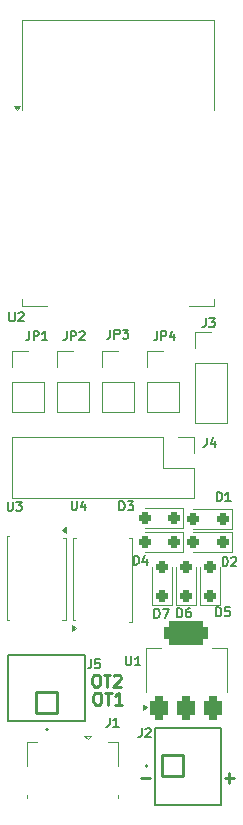
<source format=gto>
G04 #@! TF.GenerationSoftware,KiCad,Pcbnew,8.0.5*
G04 #@! TF.CreationDate,2024-11-08T00:03:23+01:00*
G04 #@! TF.ProjectId,iot-opentherm,696f742d-6f70-4656-9e74-6865726d2e6b,rev?*
G04 #@! TF.SameCoordinates,Original*
G04 #@! TF.FileFunction,Legend,Top*
G04 #@! TF.FilePolarity,Positive*
%FSLAX46Y46*%
G04 Gerber Fmt 4.6, Leading zero omitted, Abs format (unit mm)*
G04 Created by KiCad (PCBNEW 8.0.5) date 2024-11-08 00:03:23*
%MOMM*%
%LPD*%
G01*
G04 APERTURE LIST*
G04 Aperture macros list*
%AMRoundRect*
0 Rectangle with rounded corners*
0 $1 Rounding radius*
0 $2 $3 $4 $5 $6 $7 $8 $9 X,Y pos of 4 corners*
0 Add a 4 corners polygon primitive as box body*
4,1,4,$2,$3,$4,$5,$6,$7,$8,$9,$2,$3,0*
0 Add four circle primitives for the rounded corners*
1,1,$1+$1,$2,$3*
1,1,$1+$1,$4,$5*
1,1,$1+$1,$6,$7*
1,1,$1+$1,$8,$9*
0 Add four rect primitives between the rounded corners*
20,1,$1+$1,$2,$3,$4,$5,0*
20,1,$1+$1,$4,$5,$6,$7,0*
20,1,$1+$1,$6,$7,$8,$9,0*
20,1,$1+$1,$8,$9,$2,$3,0*%
G04 Aperture macros list end*
%ADD10C,0.254000*%
%ADD11C,0.150000*%
%ADD12C,0.152400*%
%ADD13C,0.120000*%
%ADD14C,0.127000*%
%ADD15C,0.200000*%
%ADD16RoundRect,0.375000X0.375000X-0.625000X0.375000X0.625000X-0.375000X0.625000X-0.375000X-0.625000X0*%
%ADD17RoundRect,0.500000X1.400000X-0.500000X1.400000X0.500000X-1.400000X0.500000X-1.400000X-0.500000X0*%
%ADD18R,1.700000X1.700000*%
%ADD19O,1.700000X1.700000*%
%ADD20RoundRect,0.250000X0.250000X0.250000X-0.250000X0.250000X-0.250000X-0.250000X0.250000X-0.250000X0*%
%ADD21RoundRect,0.250000X0.250000X-0.250000X0.250000X0.250000X-0.250000X0.250000X-0.250000X-0.250000X0*%
%ADD22R,0.400000X1.350000*%
%ADD23O,1.000000X1.900000*%
%ADD24R,0.875000X1.900000*%
%ADD25O,1.050000X1.250000*%
%ADD26R,2.900000X1.900000*%
%ADD27R,1.500000X1.600000*%
%ADD28RoundRect,0.102000X-0.900000X-0.900000X0.900000X-0.900000X0.900000X0.900000X-0.900000X0.900000X0*%
%ADD29C,2.004000*%
%ADD30RoundRect,0.102000X0.900000X-0.900000X0.900000X0.900000X-0.900000X0.900000X-0.900000X-0.900000X0*%
%ADD31R,2.600000X1.100000*%
G04 APERTURE END LIST*
D10*
X131768133Y-103240452D02*
X131961657Y-103240452D01*
X131961657Y-103240452D02*
X132058419Y-103288833D01*
X132058419Y-103288833D02*
X132155181Y-103385595D01*
X132155181Y-103385595D02*
X132203562Y-103579119D01*
X132203562Y-103579119D02*
X132203562Y-103917786D01*
X132203562Y-103917786D02*
X132155181Y-104111310D01*
X132155181Y-104111310D02*
X132058419Y-104208072D01*
X132058419Y-104208072D02*
X131961657Y-104256452D01*
X131961657Y-104256452D02*
X131768133Y-104256452D01*
X131768133Y-104256452D02*
X131671371Y-104208072D01*
X131671371Y-104208072D02*
X131574609Y-104111310D01*
X131574609Y-104111310D02*
X131526228Y-103917786D01*
X131526228Y-103917786D02*
X131526228Y-103579119D01*
X131526228Y-103579119D02*
X131574609Y-103385595D01*
X131574609Y-103385595D02*
X131671371Y-103288833D01*
X131671371Y-103288833D02*
X131768133Y-103240452D01*
X132493847Y-103240452D02*
X133074419Y-103240452D01*
X132784133Y-104256452D02*
X132784133Y-103240452D01*
X133945276Y-104256452D02*
X133364704Y-104256452D01*
X133654990Y-104256452D02*
X133654990Y-103240452D01*
X133654990Y-103240452D02*
X133558228Y-103385595D01*
X133558228Y-103385595D02*
X133461466Y-103482357D01*
X133461466Y-103482357D02*
X133364704Y-103530738D01*
X135537009Y-110473405D02*
X136311105Y-110473405D01*
X131666533Y-101716452D02*
X131860057Y-101716452D01*
X131860057Y-101716452D02*
X131956819Y-101764833D01*
X131956819Y-101764833D02*
X132053581Y-101861595D01*
X132053581Y-101861595D02*
X132101962Y-102055119D01*
X132101962Y-102055119D02*
X132101962Y-102393786D01*
X132101962Y-102393786D02*
X132053581Y-102587310D01*
X132053581Y-102587310D02*
X131956819Y-102684072D01*
X131956819Y-102684072D02*
X131860057Y-102732452D01*
X131860057Y-102732452D02*
X131666533Y-102732452D01*
X131666533Y-102732452D02*
X131569771Y-102684072D01*
X131569771Y-102684072D02*
X131473009Y-102587310D01*
X131473009Y-102587310D02*
X131424628Y-102393786D01*
X131424628Y-102393786D02*
X131424628Y-102055119D01*
X131424628Y-102055119D02*
X131473009Y-101861595D01*
X131473009Y-101861595D02*
X131569771Y-101764833D01*
X131569771Y-101764833D02*
X131666533Y-101716452D01*
X132392247Y-101716452D02*
X132972819Y-101716452D01*
X132682533Y-102732452D02*
X132682533Y-101716452D01*
X133263104Y-101813214D02*
X133311485Y-101764833D01*
X133311485Y-101764833D02*
X133408247Y-101716452D01*
X133408247Y-101716452D02*
X133650152Y-101716452D01*
X133650152Y-101716452D02*
X133746914Y-101764833D01*
X133746914Y-101764833D02*
X133795295Y-101813214D01*
X133795295Y-101813214D02*
X133843676Y-101909976D01*
X133843676Y-101909976D02*
X133843676Y-102006738D01*
X133843676Y-102006738D02*
X133795295Y-102151881D01*
X133795295Y-102151881D02*
X133214723Y-102732452D01*
X133214723Y-102732452D02*
X133843676Y-102732452D01*
X142649009Y-110473405D02*
X143423105Y-110473405D01*
X143036057Y-110860452D02*
X143036057Y-110086357D01*
D11*
X134293428Y-100166715D02*
X134293428Y-100783572D01*
X134293428Y-100783572D02*
X134329714Y-100856144D01*
X134329714Y-100856144D02*
X134366000Y-100892430D01*
X134366000Y-100892430D02*
X134438571Y-100928715D01*
X134438571Y-100928715D02*
X134583714Y-100928715D01*
X134583714Y-100928715D02*
X134656285Y-100892430D01*
X134656285Y-100892430D02*
X134692571Y-100856144D01*
X134692571Y-100856144D02*
X134728857Y-100783572D01*
X134728857Y-100783572D02*
X134728857Y-100166715D01*
X135490857Y-100928715D02*
X135055428Y-100928715D01*
X135273143Y-100928715D02*
X135273143Y-100166715D01*
X135273143Y-100166715D02*
X135200571Y-100275572D01*
X135200571Y-100275572D02*
X135128000Y-100348144D01*
X135128000Y-100348144D02*
X135055428Y-100384430D01*
X141122400Y-81650115D02*
X141122400Y-82194401D01*
X141122400Y-82194401D02*
X141086115Y-82303258D01*
X141086115Y-82303258D02*
X141013543Y-82375830D01*
X141013543Y-82375830D02*
X140904686Y-82412115D01*
X140904686Y-82412115D02*
X140832115Y-82412115D01*
X141811829Y-81904115D02*
X141811829Y-82412115D01*
X141630400Y-81613830D02*
X141448971Y-82158115D01*
X141448971Y-82158115D02*
X141920686Y-82158115D01*
D12*
X141982371Y-87034790D02*
X141982371Y-86272790D01*
X141982371Y-86272790D02*
X142163800Y-86272790D01*
X142163800Y-86272790D02*
X142272657Y-86309076D01*
X142272657Y-86309076D02*
X142345228Y-86381647D01*
X142345228Y-86381647D02*
X142381514Y-86454219D01*
X142381514Y-86454219D02*
X142417800Y-86599362D01*
X142417800Y-86599362D02*
X142417800Y-86708219D01*
X142417800Y-86708219D02*
X142381514Y-86853362D01*
X142381514Y-86853362D02*
X142345228Y-86925933D01*
X142345228Y-86925933D02*
X142272657Y-86998505D01*
X142272657Y-86998505D02*
X142163800Y-87034790D01*
X142163800Y-87034790D02*
X141982371Y-87034790D01*
X143143514Y-87034790D02*
X142708085Y-87034790D01*
X142925800Y-87034790D02*
X142925800Y-86272790D01*
X142925800Y-86272790D02*
X142853228Y-86381647D01*
X142853228Y-86381647D02*
X142780657Y-86454219D01*
X142780657Y-86454219D02*
X142708085Y-86490505D01*
D11*
X136699171Y-96915515D02*
X136699171Y-96153515D01*
X136699171Y-96153515D02*
X136880600Y-96153515D01*
X136880600Y-96153515D02*
X136989457Y-96189801D01*
X136989457Y-96189801D02*
X137062028Y-96262372D01*
X137062028Y-96262372D02*
X137098314Y-96334944D01*
X137098314Y-96334944D02*
X137134600Y-96480087D01*
X137134600Y-96480087D02*
X137134600Y-96588944D01*
X137134600Y-96588944D02*
X137098314Y-96734087D01*
X137098314Y-96734087D02*
X137062028Y-96806658D01*
X137062028Y-96806658D02*
X136989457Y-96879230D01*
X136989457Y-96879230D02*
X136880600Y-96915515D01*
X136880600Y-96915515D02*
X136699171Y-96915515D01*
X137388600Y-96153515D02*
X137896600Y-96153515D01*
X137896600Y-96153515D02*
X137570028Y-96915515D01*
X132892800Y-105373715D02*
X132892800Y-105918001D01*
X132892800Y-105918001D02*
X132856515Y-106026858D01*
X132856515Y-106026858D02*
X132783943Y-106099430D01*
X132783943Y-106099430D02*
X132675086Y-106135715D01*
X132675086Y-106135715D02*
X132602515Y-106135715D01*
X133654800Y-106135715D02*
X133219371Y-106135715D01*
X133437086Y-106135715D02*
X133437086Y-105373715D01*
X133437086Y-105373715D02*
X133364514Y-105482572D01*
X133364514Y-105482572D02*
X133291943Y-105555144D01*
X133291943Y-105555144D02*
X133219371Y-105591430D01*
D12*
X142464971Y-92521190D02*
X142464971Y-91759190D01*
X142464971Y-91759190D02*
X142646400Y-91759190D01*
X142646400Y-91759190D02*
X142755257Y-91795476D01*
X142755257Y-91795476D02*
X142827828Y-91868047D01*
X142827828Y-91868047D02*
X142864114Y-91940619D01*
X142864114Y-91940619D02*
X142900400Y-92085762D01*
X142900400Y-92085762D02*
X142900400Y-92194619D01*
X142900400Y-92194619D02*
X142864114Y-92339762D01*
X142864114Y-92339762D02*
X142827828Y-92412333D01*
X142827828Y-92412333D02*
X142755257Y-92484905D01*
X142755257Y-92484905D02*
X142646400Y-92521190D01*
X142646400Y-92521190D02*
X142464971Y-92521190D01*
X143190685Y-91831762D02*
X143226971Y-91795476D01*
X143226971Y-91795476D02*
X143299543Y-91759190D01*
X143299543Y-91759190D02*
X143480971Y-91759190D01*
X143480971Y-91759190D02*
X143553543Y-91795476D01*
X143553543Y-91795476D02*
X143589828Y-91831762D01*
X143589828Y-91831762D02*
X143626114Y-91904333D01*
X143626114Y-91904333D02*
X143626114Y-91976905D01*
X143626114Y-91976905D02*
X143589828Y-92085762D01*
X143589828Y-92085762D02*
X143154400Y-92521190D01*
X143154400Y-92521190D02*
X143626114Y-92521190D01*
D11*
X124260428Y-87085715D02*
X124260428Y-87702572D01*
X124260428Y-87702572D02*
X124296714Y-87775144D01*
X124296714Y-87775144D02*
X124333000Y-87811430D01*
X124333000Y-87811430D02*
X124405571Y-87847715D01*
X124405571Y-87847715D02*
X124550714Y-87847715D01*
X124550714Y-87847715D02*
X124623285Y-87811430D01*
X124623285Y-87811430D02*
X124659571Y-87775144D01*
X124659571Y-87775144D02*
X124695857Y-87702572D01*
X124695857Y-87702572D02*
X124695857Y-87085715D01*
X124986143Y-87085715D02*
X125457857Y-87085715D01*
X125457857Y-87085715D02*
X125203857Y-87376001D01*
X125203857Y-87376001D02*
X125312714Y-87376001D01*
X125312714Y-87376001D02*
X125385286Y-87412287D01*
X125385286Y-87412287D02*
X125421571Y-87448572D01*
X125421571Y-87448572D02*
X125457857Y-87521144D01*
X125457857Y-87521144D02*
X125457857Y-87702572D01*
X125457857Y-87702572D02*
X125421571Y-87775144D01*
X125421571Y-87775144D02*
X125385286Y-87811430D01*
X125385286Y-87811430D02*
X125312714Y-87847715D01*
X125312714Y-87847715D02*
X125095000Y-87847715D01*
X125095000Y-87847715D02*
X125022428Y-87811430D01*
X125022428Y-87811430D02*
X124986143Y-87775144D01*
X136906000Y-72633115D02*
X136906000Y-73177401D01*
X136906000Y-73177401D02*
X136869715Y-73286258D01*
X136869715Y-73286258D02*
X136797143Y-73358830D01*
X136797143Y-73358830D02*
X136688286Y-73395115D01*
X136688286Y-73395115D02*
X136615715Y-73395115D01*
X137268857Y-73395115D02*
X137268857Y-72633115D01*
X137268857Y-72633115D02*
X137559143Y-72633115D01*
X137559143Y-72633115D02*
X137631714Y-72669401D01*
X137631714Y-72669401D02*
X137668000Y-72705687D01*
X137668000Y-72705687D02*
X137704286Y-72778258D01*
X137704286Y-72778258D02*
X137704286Y-72887115D01*
X137704286Y-72887115D02*
X137668000Y-72959687D01*
X137668000Y-72959687D02*
X137631714Y-72995972D01*
X137631714Y-72995972D02*
X137559143Y-73032258D01*
X137559143Y-73032258D02*
X137268857Y-73032258D01*
X138357429Y-72887115D02*
X138357429Y-73395115D01*
X138176000Y-72596830D02*
X137994571Y-73141115D01*
X137994571Y-73141115D02*
X138466286Y-73141115D01*
X138629571Y-96864715D02*
X138629571Y-96102715D01*
X138629571Y-96102715D02*
X138811000Y-96102715D01*
X138811000Y-96102715D02*
X138919857Y-96139001D01*
X138919857Y-96139001D02*
X138992428Y-96211572D01*
X138992428Y-96211572D02*
X139028714Y-96284144D01*
X139028714Y-96284144D02*
X139065000Y-96429287D01*
X139065000Y-96429287D02*
X139065000Y-96538144D01*
X139065000Y-96538144D02*
X139028714Y-96683287D01*
X139028714Y-96683287D02*
X138992428Y-96755858D01*
X138992428Y-96755858D02*
X138919857Y-96828430D01*
X138919857Y-96828430D02*
X138811000Y-96864715D01*
X138811000Y-96864715D02*
X138629571Y-96864715D01*
X139718143Y-96102715D02*
X139573000Y-96102715D01*
X139573000Y-96102715D02*
X139500428Y-96139001D01*
X139500428Y-96139001D02*
X139464143Y-96175287D01*
X139464143Y-96175287D02*
X139391571Y-96284144D01*
X139391571Y-96284144D02*
X139355285Y-96429287D01*
X139355285Y-96429287D02*
X139355285Y-96719572D01*
X139355285Y-96719572D02*
X139391571Y-96792144D01*
X139391571Y-96792144D02*
X139427857Y-96828430D01*
X139427857Y-96828430D02*
X139500428Y-96864715D01*
X139500428Y-96864715D02*
X139645571Y-96864715D01*
X139645571Y-96864715D02*
X139718143Y-96828430D01*
X139718143Y-96828430D02*
X139754428Y-96792144D01*
X139754428Y-96792144D02*
X139790714Y-96719572D01*
X139790714Y-96719572D02*
X139790714Y-96538144D01*
X139790714Y-96538144D02*
X139754428Y-96465572D01*
X139754428Y-96465572D02*
X139718143Y-96429287D01*
X139718143Y-96429287D02*
X139645571Y-96393001D01*
X139645571Y-96393001D02*
X139500428Y-96393001D01*
X139500428Y-96393001D02*
X139427857Y-96429287D01*
X139427857Y-96429287D02*
X139391571Y-96465572D01*
X139391571Y-96465572D02*
X139355285Y-96538144D01*
X129260600Y-72633115D02*
X129260600Y-73177401D01*
X129260600Y-73177401D02*
X129224315Y-73286258D01*
X129224315Y-73286258D02*
X129151743Y-73358830D01*
X129151743Y-73358830D02*
X129042886Y-73395115D01*
X129042886Y-73395115D02*
X128970315Y-73395115D01*
X129623457Y-73395115D02*
X129623457Y-72633115D01*
X129623457Y-72633115D02*
X129913743Y-72633115D01*
X129913743Y-72633115D02*
X129986314Y-72669401D01*
X129986314Y-72669401D02*
X130022600Y-72705687D01*
X130022600Y-72705687D02*
X130058886Y-72778258D01*
X130058886Y-72778258D02*
X130058886Y-72887115D01*
X130058886Y-72887115D02*
X130022600Y-72959687D01*
X130022600Y-72959687D02*
X129986314Y-72995972D01*
X129986314Y-72995972D02*
X129913743Y-73032258D01*
X129913743Y-73032258D02*
X129623457Y-73032258D01*
X130349171Y-72705687D02*
X130385457Y-72669401D01*
X130385457Y-72669401D02*
X130458029Y-72633115D01*
X130458029Y-72633115D02*
X130639457Y-72633115D01*
X130639457Y-72633115D02*
X130712029Y-72669401D01*
X130712029Y-72669401D02*
X130748314Y-72705687D01*
X130748314Y-72705687D02*
X130784600Y-72778258D01*
X130784600Y-72778258D02*
X130784600Y-72850830D01*
X130784600Y-72850830D02*
X130748314Y-72959687D01*
X130748314Y-72959687D02*
X130312886Y-73395115D01*
X130312886Y-73395115D02*
X130784600Y-73395115D01*
D12*
X135610600Y-106262590D02*
X135610600Y-106806876D01*
X135610600Y-106806876D02*
X135574315Y-106915733D01*
X135574315Y-106915733D02*
X135501743Y-106988305D01*
X135501743Y-106988305D02*
X135392886Y-107024590D01*
X135392886Y-107024590D02*
X135320315Y-107024590D01*
X135937171Y-106335162D02*
X135973457Y-106298876D01*
X135973457Y-106298876D02*
X136046029Y-106262590D01*
X136046029Y-106262590D02*
X136227457Y-106262590D01*
X136227457Y-106262590D02*
X136300029Y-106298876D01*
X136300029Y-106298876D02*
X136336314Y-106335162D01*
X136336314Y-106335162D02*
X136372600Y-106407733D01*
X136372600Y-106407733D02*
X136372600Y-106480305D01*
X136372600Y-106480305D02*
X136336314Y-106589162D01*
X136336314Y-106589162D02*
X135900886Y-107024590D01*
X135900886Y-107024590D02*
X136372600Y-107024590D01*
D11*
X129696028Y-87034915D02*
X129696028Y-87651772D01*
X129696028Y-87651772D02*
X129732314Y-87724344D01*
X129732314Y-87724344D02*
X129768600Y-87760630D01*
X129768600Y-87760630D02*
X129841171Y-87796915D01*
X129841171Y-87796915D02*
X129986314Y-87796915D01*
X129986314Y-87796915D02*
X130058885Y-87760630D01*
X130058885Y-87760630D02*
X130095171Y-87724344D01*
X130095171Y-87724344D02*
X130131457Y-87651772D01*
X130131457Y-87651772D02*
X130131457Y-87034915D01*
X130820886Y-87288915D02*
X130820886Y-87796915D01*
X130639457Y-86998630D02*
X130458028Y-87542915D01*
X130458028Y-87542915D02*
X130929743Y-87542915D01*
X132943600Y-72506115D02*
X132943600Y-73050401D01*
X132943600Y-73050401D02*
X132907315Y-73159258D01*
X132907315Y-73159258D02*
X132834743Y-73231830D01*
X132834743Y-73231830D02*
X132725886Y-73268115D01*
X132725886Y-73268115D02*
X132653315Y-73268115D01*
X133306457Y-73268115D02*
X133306457Y-72506115D01*
X133306457Y-72506115D02*
X133596743Y-72506115D01*
X133596743Y-72506115D02*
X133669314Y-72542401D01*
X133669314Y-72542401D02*
X133705600Y-72578687D01*
X133705600Y-72578687D02*
X133741886Y-72651258D01*
X133741886Y-72651258D02*
X133741886Y-72760115D01*
X133741886Y-72760115D02*
X133705600Y-72832687D01*
X133705600Y-72832687D02*
X133669314Y-72868972D01*
X133669314Y-72868972D02*
X133596743Y-72905258D01*
X133596743Y-72905258D02*
X133306457Y-72905258D01*
X133995886Y-72506115D02*
X134467600Y-72506115D01*
X134467600Y-72506115D02*
X134213600Y-72796401D01*
X134213600Y-72796401D02*
X134322457Y-72796401D01*
X134322457Y-72796401D02*
X134395029Y-72832687D01*
X134395029Y-72832687D02*
X134431314Y-72868972D01*
X134431314Y-72868972D02*
X134467600Y-72941544D01*
X134467600Y-72941544D02*
X134467600Y-73122972D01*
X134467600Y-73122972D02*
X134431314Y-73195544D01*
X134431314Y-73195544D02*
X134395029Y-73231830D01*
X134395029Y-73231830D02*
X134322457Y-73268115D01*
X134322457Y-73268115D02*
X134104743Y-73268115D01*
X134104743Y-73268115D02*
X134032171Y-73231830D01*
X134032171Y-73231830D02*
X133995886Y-73195544D01*
D12*
X131318000Y-100420590D02*
X131318000Y-100964876D01*
X131318000Y-100964876D02*
X131281715Y-101073733D01*
X131281715Y-101073733D02*
X131209143Y-101146305D01*
X131209143Y-101146305D02*
X131100286Y-101182590D01*
X131100286Y-101182590D02*
X131027715Y-101182590D01*
X132043714Y-100420590D02*
X131680857Y-100420590D01*
X131680857Y-100420590D02*
X131644571Y-100783447D01*
X131644571Y-100783447D02*
X131680857Y-100747162D01*
X131680857Y-100747162D02*
X131753429Y-100710876D01*
X131753429Y-100710876D02*
X131934857Y-100710876D01*
X131934857Y-100710876D02*
X132007429Y-100747162D01*
X132007429Y-100747162D02*
X132043714Y-100783447D01*
X132043714Y-100783447D02*
X132080000Y-100856019D01*
X132080000Y-100856019D02*
X132080000Y-101037447D01*
X132080000Y-101037447D02*
X132043714Y-101110019D01*
X132043714Y-101110019D02*
X132007429Y-101146305D01*
X132007429Y-101146305D02*
X131934857Y-101182590D01*
X131934857Y-101182590D02*
X131753429Y-101182590D01*
X131753429Y-101182590D02*
X131680857Y-101146305D01*
X131680857Y-101146305D02*
X131644571Y-101110019D01*
X134946571Y-92419590D02*
X134946571Y-91657590D01*
X134946571Y-91657590D02*
X135128000Y-91657590D01*
X135128000Y-91657590D02*
X135236857Y-91693876D01*
X135236857Y-91693876D02*
X135309428Y-91766447D01*
X135309428Y-91766447D02*
X135345714Y-91839019D01*
X135345714Y-91839019D02*
X135382000Y-91984162D01*
X135382000Y-91984162D02*
X135382000Y-92093019D01*
X135382000Y-92093019D02*
X135345714Y-92238162D01*
X135345714Y-92238162D02*
X135309428Y-92310733D01*
X135309428Y-92310733D02*
X135236857Y-92383305D01*
X135236857Y-92383305D02*
X135128000Y-92419590D01*
X135128000Y-92419590D02*
X134946571Y-92419590D01*
X136035143Y-91911590D02*
X136035143Y-92419590D01*
X135853714Y-91621305D02*
X135672285Y-92165590D01*
X135672285Y-92165590D02*
X136144000Y-92165590D01*
D11*
X124412828Y-71058315D02*
X124412828Y-71675172D01*
X124412828Y-71675172D02*
X124449114Y-71747744D01*
X124449114Y-71747744D02*
X124485400Y-71784030D01*
X124485400Y-71784030D02*
X124557971Y-71820315D01*
X124557971Y-71820315D02*
X124703114Y-71820315D01*
X124703114Y-71820315D02*
X124775685Y-71784030D01*
X124775685Y-71784030D02*
X124811971Y-71747744D01*
X124811971Y-71747744D02*
X124848257Y-71675172D01*
X124848257Y-71675172D02*
X124848257Y-71058315D01*
X125174828Y-71130887D02*
X125211114Y-71094601D01*
X125211114Y-71094601D02*
X125283686Y-71058315D01*
X125283686Y-71058315D02*
X125465114Y-71058315D01*
X125465114Y-71058315D02*
X125537686Y-71094601D01*
X125537686Y-71094601D02*
X125573971Y-71130887D01*
X125573971Y-71130887D02*
X125610257Y-71203458D01*
X125610257Y-71203458D02*
X125610257Y-71276030D01*
X125610257Y-71276030D02*
X125573971Y-71384887D01*
X125573971Y-71384887D02*
X125138543Y-71820315D01*
X125138543Y-71820315D02*
X125610257Y-71820315D01*
X141931571Y-96763115D02*
X141931571Y-96001115D01*
X141931571Y-96001115D02*
X142113000Y-96001115D01*
X142113000Y-96001115D02*
X142221857Y-96037401D01*
X142221857Y-96037401D02*
X142294428Y-96109972D01*
X142294428Y-96109972D02*
X142330714Y-96182544D01*
X142330714Y-96182544D02*
X142367000Y-96327687D01*
X142367000Y-96327687D02*
X142367000Y-96436544D01*
X142367000Y-96436544D02*
X142330714Y-96581687D01*
X142330714Y-96581687D02*
X142294428Y-96654258D01*
X142294428Y-96654258D02*
X142221857Y-96726830D01*
X142221857Y-96726830D02*
X142113000Y-96763115D01*
X142113000Y-96763115D02*
X141931571Y-96763115D01*
X143056428Y-96001115D02*
X142693571Y-96001115D01*
X142693571Y-96001115D02*
X142657285Y-96363972D01*
X142657285Y-96363972D02*
X142693571Y-96327687D01*
X142693571Y-96327687D02*
X142766143Y-96291401D01*
X142766143Y-96291401D02*
X142947571Y-96291401D01*
X142947571Y-96291401D02*
X143020143Y-96327687D01*
X143020143Y-96327687D02*
X143056428Y-96363972D01*
X143056428Y-96363972D02*
X143092714Y-96436544D01*
X143092714Y-96436544D02*
X143092714Y-96617972D01*
X143092714Y-96617972D02*
X143056428Y-96690544D01*
X143056428Y-96690544D02*
X143020143Y-96726830D01*
X143020143Y-96726830D02*
X142947571Y-96763115D01*
X142947571Y-96763115D02*
X142766143Y-96763115D01*
X142766143Y-96763115D02*
X142693571Y-96726830D01*
X142693571Y-96726830D02*
X142657285Y-96690544D01*
D12*
X133727371Y-87822190D02*
X133727371Y-87060190D01*
X133727371Y-87060190D02*
X133908800Y-87060190D01*
X133908800Y-87060190D02*
X134017657Y-87096476D01*
X134017657Y-87096476D02*
X134090228Y-87169047D01*
X134090228Y-87169047D02*
X134126514Y-87241619D01*
X134126514Y-87241619D02*
X134162800Y-87386762D01*
X134162800Y-87386762D02*
X134162800Y-87495619D01*
X134162800Y-87495619D02*
X134126514Y-87640762D01*
X134126514Y-87640762D02*
X134090228Y-87713333D01*
X134090228Y-87713333D02*
X134017657Y-87785905D01*
X134017657Y-87785905D02*
X133908800Y-87822190D01*
X133908800Y-87822190D02*
X133727371Y-87822190D01*
X134416800Y-87060190D02*
X134888514Y-87060190D01*
X134888514Y-87060190D02*
X134634514Y-87350476D01*
X134634514Y-87350476D02*
X134743371Y-87350476D01*
X134743371Y-87350476D02*
X134815943Y-87386762D01*
X134815943Y-87386762D02*
X134852228Y-87423047D01*
X134852228Y-87423047D02*
X134888514Y-87495619D01*
X134888514Y-87495619D02*
X134888514Y-87677047D01*
X134888514Y-87677047D02*
X134852228Y-87749619D01*
X134852228Y-87749619D02*
X134815943Y-87785905D01*
X134815943Y-87785905D02*
X134743371Y-87822190D01*
X134743371Y-87822190D02*
X134525657Y-87822190D01*
X134525657Y-87822190D02*
X134453085Y-87785905D01*
X134453085Y-87785905D02*
X134416800Y-87749619D01*
D11*
X141020800Y-71540915D02*
X141020800Y-72085201D01*
X141020800Y-72085201D02*
X140984515Y-72194058D01*
X140984515Y-72194058D02*
X140911943Y-72266630D01*
X140911943Y-72266630D02*
X140803086Y-72302915D01*
X140803086Y-72302915D02*
X140730515Y-72302915D01*
X141311086Y-71540915D02*
X141782800Y-71540915D01*
X141782800Y-71540915D02*
X141528800Y-71831201D01*
X141528800Y-71831201D02*
X141637657Y-71831201D01*
X141637657Y-71831201D02*
X141710229Y-71867487D01*
X141710229Y-71867487D02*
X141746514Y-71903772D01*
X141746514Y-71903772D02*
X141782800Y-71976344D01*
X141782800Y-71976344D02*
X141782800Y-72157772D01*
X141782800Y-72157772D02*
X141746514Y-72230344D01*
X141746514Y-72230344D02*
X141710229Y-72266630D01*
X141710229Y-72266630D02*
X141637657Y-72302915D01*
X141637657Y-72302915D02*
X141419943Y-72302915D01*
X141419943Y-72302915D02*
X141347371Y-72266630D01*
X141347371Y-72266630D02*
X141311086Y-72230344D01*
X126111000Y-72633115D02*
X126111000Y-73177401D01*
X126111000Y-73177401D02*
X126074715Y-73286258D01*
X126074715Y-73286258D02*
X126002143Y-73358830D01*
X126002143Y-73358830D02*
X125893286Y-73395115D01*
X125893286Y-73395115D02*
X125820715Y-73395115D01*
X126473857Y-73395115D02*
X126473857Y-72633115D01*
X126473857Y-72633115D02*
X126764143Y-72633115D01*
X126764143Y-72633115D02*
X126836714Y-72669401D01*
X126836714Y-72669401D02*
X126873000Y-72705687D01*
X126873000Y-72705687D02*
X126909286Y-72778258D01*
X126909286Y-72778258D02*
X126909286Y-72887115D01*
X126909286Y-72887115D02*
X126873000Y-72959687D01*
X126873000Y-72959687D02*
X126836714Y-72995972D01*
X126836714Y-72995972D02*
X126764143Y-73032258D01*
X126764143Y-73032258D02*
X126473857Y-73032258D01*
X127635000Y-73395115D02*
X127199571Y-73395115D01*
X127417286Y-73395115D02*
X127417286Y-72633115D01*
X127417286Y-72633115D02*
X127344714Y-72741972D01*
X127344714Y-72741972D02*
X127272143Y-72814544D01*
X127272143Y-72814544D02*
X127199571Y-72850830D01*
D13*
X135985200Y-99461400D02*
X137245200Y-99461400D01*
X135985200Y-103221400D02*
X135985200Y-99461400D01*
X142805200Y-99461400D02*
X141545200Y-99461400D01*
X142805200Y-103221400D02*
X142805200Y-99461400D01*
X136085200Y-104501400D02*
X135755200Y-104741400D01*
X135755200Y-104261400D01*
X136085200Y-104501400D01*
G36*
X136085200Y-104501400D02*
G01*
X135755200Y-104741400D01*
X135755200Y-104261400D01*
X136085200Y-104501400D01*
G37*
X124654000Y-81601000D02*
X124654000Y-86801000D01*
X137414000Y-81601000D02*
X124654000Y-81601000D01*
X137414000Y-81601000D02*
X137414000Y-84201000D01*
X137414000Y-84201000D02*
X140014000Y-84201000D01*
X138684000Y-81601000D02*
X140014000Y-81601000D01*
X140014000Y-81601000D02*
X140014000Y-82931000D01*
X140014000Y-84201000D02*
X140014000Y-86801000D01*
X140014000Y-86801000D02*
X124654000Y-86801000D01*
X143234000Y-87669000D02*
X139974000Y-87669000D01*
X143234000Y-89369000D02*
X139974000Y-89369000D01*
X143234000Y-89369000D02*
X143234000Y-87669000D01*
X136480000Y-95863000D02*
X136480000Y-92603000D01*
X136480000Y-95863000D02*
X138180000Y-95863000D01*
X138180000Y-95863000D02*
X138180000Y-92603000D01*
X125878400Y-107423200D02*
X125878400Y-109493200D01*
X125878400Y-107423200D02*
X126748400Y-107423200D01*
X125878400Y-111893200D02*
X125878400Y-112143200D01*
X130748400Y-106893200D02*
X131348400Y-106893200D01*
X131048400Y-107193200D02*
X130748400Y-106893200D01*
X131048400Y-107193200D02*
X131348400Y-106893200D01*
X132748400Y-107423200D02*
X133618400Y-107423200D01*
X133618400Y-107423200D02*
X133618400Y-109493200D01*
X133618400Y-111893200D02*
X133618400Y-112143200D01*
X143234000Y-89650200D02*
X139974000Y-89650200D01*
X143234000Y-91350200D02*
X139974000Y-91350200D01*
X143234000Y-91350200D02*
X143234000Y-89650200D01*
X124169800Y-97111600D02*
X124169800Y-90011600D01*
X124194800Y-90011600D02*
X124344800Y-90011600D01*
X124344800Y-97111600D02*
X124194800Y-97111600D01*
X128969800Y-90111600D02*
X129169800Y-90111600D01*
X129169800Y-90111600D02*
X129169800Y-97111600D01*
X129169800Y-97111600D02*
X128894800Y-97111600D01*
X129199800Y-89691600D02*
X128869800Y-89451600D01*
X129199800Y-89211600D01*
X129199800Y-89691600D01*
G36*
X129199800Y-89691600D02*
G01*
X128869800Y-89451600D01*
X129199800Y-89211600D01*
X129199800Y-89691600D01*
G37*
X136084000Y-74306200D02*
X137414000Y-74306200D01*
X136084000Y-75636200D02*
X136084000Y-74306200D01*
X136084000Y-76906200D02*
X136084000Y-79506200D01*
X136084000Y-76906200D02*
X138744000Y-76906200D01*
X136084000Y-79506200D02*
X138744000Y-79506200D01*
X138744000Y-76906200D02*
X138744000Y-79506200D01*
X138512000Y-95863000D02*
X138512000Y-92603000D01*
X138512000Y-95863000D02*
X140212000Y-95863000D01*
X140212000Y-95863000D02*
X140212000Y-92603000D01*
X128464000Y-74306200D02*
X129794000Y-74306200D01*
X128464000Y-75636200D02*
X128464000Y-74306200D01*
X128464000Y-76906200D02*
X128464000Y-79506200D01*
X128464000Y-76906200D02*
X131124000Y-76906200D01*
X128464000Y-79506200D02*
X131124000Y-79506200D01*
X131124000Y-76906200D02*
X131124000Y-79506200D01*
D14*
X136777600Y-106224000D02*
X142317600Y-106224000D01*
X136777600Y-112724000D02*
X136777600Y-106224000D01*
X142317600Y-106224000D02*
X142317600Y-112724000D01*
X142317600Y-112724000D02*
X136777600Y-112724000D01*
D15*
X136127600Y-109474000D02*
G75*
G02*
X135927600Y-109474000I-100000J0D01*
G01*
X135927600Y-109474000D02*
G75*
G02*
X136127600Y-109474000I100000J0D01*
G01*
D13*
X129757800Y-90124400D02*
X130032800Y-90124400D01*
X129757800Y-97124400D02*
X129757800Y-90124400D01*
X129957800Y-97124400D02*
X129757800Y-97124400D01*
X134582800Y-90124400D02*
X134732800Y-90124400D01*
X134732800Y-97224400D02*
X134582800Y-97224400D01*
X134757800Y-90124400D02*
X134757800Y-97224400D01*
X130057800Y-97784400D02*
X129727800Y-98024400D01*
X129727800Y-97544400D01*
X130057800Y-97784400D01*
G36*
X130057800Y-97784400D02*
G01*
X129727800Y-98024400D01*
X129727800Y-97544400D01*
X130057800Y-97784400D01*
G37*
X132274000Y-74306200D02*
X133604000Y-74306200D01*
X132274000Y-75636200D02*
X132274000Y-74306200D01*
X132274000Y-76906200D02*
X132274000Y-79506200D01*
X132274000Y-76906200D02*
X134934000Y-76906200D01*
X132274000Y-79506200D02*
X134934000Y-79506200D01*
X134934000Y-76906200D02*
X134934000Y-79506200D01*
D14*
X124334200Y-100074600D02*
X130834200Y-100074600D01*
X124334200Y-105614600D02*
X124334200Y-100074600D01*
X130834200Y-100074600D02*
X130834200Y-105614600D01*
X130834200Y-105614600D02*
X124334200Y-105614600D01*
D15*
X127684200Y-106364600D02*
G75*
G02*
X127484200Y-106364600I-100000J0D01*
G01*
X127484200Y-106364600D02*
G75*
G02*
X127684200Y-106364600I100000J0D01*
G01*
D13*
X139119200Y-89650200D02*
X135859200Y-89650200D01*
X139119200Y-91350200D02*
X135859200Y-91350200D01*
X139119200Y-91350200D02*
X139119200Y-89650200D01*
X125500000Y-46280000D02*
X141740000Y-46280000D01*
X125500000Y-53900000D02*
X125500000Y-46280000D01*
X125500000Y-70520000D02*
X125500000Y-69900000D01*
X127620000Y-70520000D02*
X125500000Y-70520000D01*
X141740000Y-46280000D02*
X141740000Y-53900000D01*
X141740000Y-69900000D02*
X141740000Y-70520000D01*
X141740000Y-70520000D02*
X139620000Y-70520000D01*
X125070000Y-53900000D02*
X124830000Y-53564000D01*
X125310000Y-53564000D01*
X125070000Y-53900000D01*
G36*
X125070000Y-53900000D02*
G01*
X124830000Y-53564000D01*
X125310000Y-53564000D01*
X125070000Y-53900000D01*
G37*
X140544000Y-95863000D02*
X140544000Y-92603000D01*
X140544000Y-95863000D02*
X142244000Y-95863000D01*
X142244000Y-95863000D02*
X142244000Y-92603000D01*
X139119200Y-87643600D02*
X135859200Y-87643600D01*
X139119200Y-89343600D02*
X135859200Y-89343600D01*
X139119200Y-89343600D02*
X139119200Y-87643600D01*
X140148000Y-72711000D02*
X141478000Y-72711000D01*
X140148000Y-74041000D02*
X140148000Y-72711000D01*
X140148000Y-75311000D02*
X140148000Y-80451000D01*
X140148000Y-75311000D02*
X142808000Y-75311000D01*
X140148000Y-80451000D02*
X142808000Y-80451000D01*
X142808000Y-75311000D02*
X142808000Y-80451000D01*
X124654000Y-74306200D02*
X125984000Y-74306200D01*
X124654000Y-75636200D02*
X124654000Y-74306200D01*
X124654000Y-76906200D02*
X124654000Y-79506200D01*
X124654000Y-76906200D02*
X127314000Y-76906200D01*
X124654000Y-79506200D02*
X127314000Y-79506200D01*
X127314000Y-76906200D02*
X127314000Y-79506200D01*
%LPC*%
D16*
X137095200Y-104521400D03*
X139395200Y-104521400D03*
D17*
X139395200Y-98221400D03*
D16*
X141695200Y-104521400D03*
D18*
X138684000Y-82931000D03*
D19*
X138684000Y-85471000D03*
X136144000Y-82931000D03*
X136144000Y-85471000D03*
X133604000Y-82931000D03*
X133604000Y-85471000D03*
X131064000Y-82931000D03*
X131064000Y-85471000D03*
X128524000Y-82931000D03*
X128524000Y-85471000D03*
X125984000Y-82931000D03*
X125984000Y-85471000D03*
D20*
X142474000Y-88519000D03*
X139974000Y-88519000D03*
D21*
X137330000Y-95103000D03*
X137330000Y-92603000D03*
D22*
X131048400Y-108018200D03*
X130398400Y-108018200D03*
X129748400Y-108018200D03*
X129098400Y-108018200D03*
X128448400Y-108018200D03*
D23*
X125573400Y-110693200D03*
D24*
X126010900Y-110693200D03*
D25*
X127523400Y-107693200D03*
D26*
X129748400Y-110693200D03*
D25*
X131973400Y-107693200D03*
D24*
X133485900Y-110693200D03*
D23*
X133923400Y-110693200D03*
D20*
X142474000Y-90500200D03*
X139974000Y-90500200D03*
D27*
X127939800Y-89001600D03*
X125399800Y-89001600D03*
X125399800Y-98221600D03*
X127939800Y-98221600D03*
D18*
X137414000Y-75636200D03*
D19*
X137414000Y-78176200D03*
D21*
X139362000Y-95103000D03*
X139362000Y-92603000D03*
D18*
X129794000Y-75636200D03*
D19*
X129794000Y-78176200D03*
D28*
X138277600Y-109474000D03*
D29*
X140817600Y-109474000D03*
D27*
X130987800Y-98234400D03*
X133527800Y-98234400D03*
X133527800Y-89014400D03*
X130987800Y-89014400D03*
D18*
X133604000Y-75636200D03*
D19*
X133604000Y-78176200D03*
D30*
X127584200Y-104114600D03*
D29*
X127584200Y-101574600D03*
D20*
X138359200Y-90500200D03*
X135859200Y-90500200D03*
D31*
X125620000Y-54900000D03*
X125620000Y-56900000D03*
X125620000Y-58900000D03*
X125620000Y-60900000D03*
X125620000Y-62900000D03*
X125620000Y-64900000D03*
X125620000Y-66900000D03*
X125620000Y-68900000D03*
X141620000Y-68900000D03*
X141620000Y-66900000D03*
X141620000Y-64900000D03*
X141620000Y-62900000D03*
X141620000Y-60900000D03*
X141620000Y-58900000D03*
X141620000Y-56900000D03*
X141620000Y-54900000D03*
D21*
X141394000Y-95103000D03*
X141394000Y-92603000D03*
D20*
X138359200Y-88493600D03*
X135859200Y-88493600D03*
D18*
X141478000Y-74041000D03*
D19*
X141478000Y-76581000D03*
X141478000Y-79121000D03*
D18*
X125984000Y-75636200D03*
D19*
X125984000Y-78176200D03*
%LPD*%
M02*

</source>
